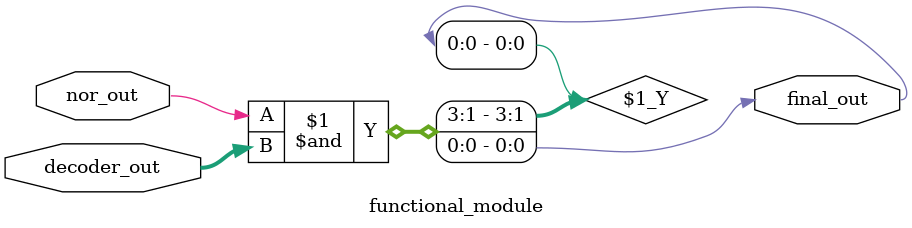
<source format=v>

module top_module(
    input a,
    input b,
    input c,
    output w,
    output x,
    output y,
    output z
);

    wire nor_out;
    wire [3:0] decoder_out;
    wire final_out;

    nor_gate nor_inst(
        .a(a),
        .b(b),
        .nor_out(nor_out)
    );

    decoder_3_4 decoder_inst(
        .a(a),
        .b(b),
        .c(c),
        .w(decoder_out[0]),
        .x(decoder_out[1]),
        .y(decoder_out[2]),
        .z(decoder_out[3])
    );

    functional_module func_inst(
        .nor_out(nor_out),
        .decoder_out(decoder_out),
        .final_out(final_out)
    );

    assign w = decoder_out[0];
    assign x = decoder_out[1];
    assign y = decoder_out[2];
    assign z = decoder_out[3];

endmodule

module nor_gate(
    input a,
    input b,
    output nor_out
);

    assign nor_out = !(a & b);

endmodule

module decoder_3_4(
    input a,
    input b,
    input c,
    output w,
    output x,
    output y,
    output z
);

    assign w = ~(a | b | c);
    assign x = ~(a | b | ~c);
    assign y = ~(a | ~b | c);
    assign z = ~(a | ~b | ~c);

endmodule

module functional_module(
    input nor_out,
    input [3:0] decoder_out,
    output final_out
);

    assign final_out = nor_out & decoder_out;

endmodule

</source>
